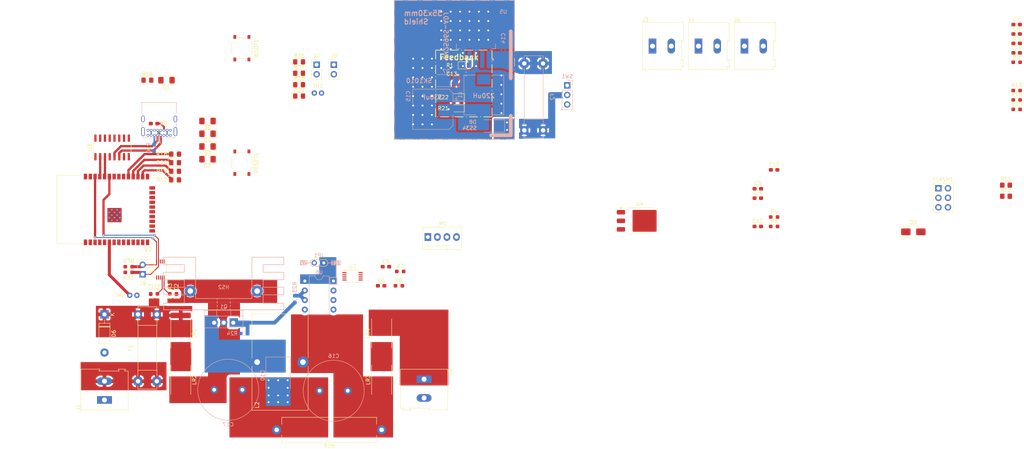
<source format=kicad_pcb>
(kicad_pcb (version 20241229) (generator "pcbnew") (generator_version "9.0")
  (layers (0 "F.Cu" signal) (4 "In1.Cu" signal) (6 "In2.Cu" signal) (2 "B.Cu" signal) (13 "F.Paste" user) (15 "B.Paste" user) (5 "F.SilkS" user "F.Silkscreen") (7 "B.SilkS" user "B.Silkscreen") (1 "F.Mask" user) (3 "B.Mask" user) (25 "Edge.Cuts" user))
  (net 0 "")
  (net 1 "BOOT")
  (net 2 "GND")
  (net 3 "Vin")
  (net 4 "VinterA")
  (net 5 "Vaux")
  (net 6 "VinterB")
  (net 7 "Vout")
  (net 8 "Net-(J5-SHIELD)")
  (net 9 "Net-(U3-V3)")
  (net 10 "+5V")
  (net 11 "+3V3")
  (net 12 "Net-(U5-FB)")
  (net 13 "Net-(D8-A)")
  (net 14 "Net-(U5-VIN)")
  (net 15 "Net-(D10-A)")
  (net 16 "Net-(D1-A)")
  (net 17 "Net-(D2-A)")
  (net 18 "Net-(D3-A)")
  (net 19 "Net-(D4-A)")
  (net 20 "Net-(D5-A)")
  (net 21 "Net-(D7-K)")
  (net 22 "Net-(D9-A)")
  (net 23 "Net-(D10-K)")
  (net 24 "Net-(SW1-B)")
  (net 25 "Rx")
  (net 26 "RST")
  (net 27 "Tx")
  (net 28 "Net-(J3-Pin_2)")
  (net 29 "Net-(J3-Pin_1)")
  (net 30 "D-")
  (net 31 "D+")
  (net 32 "Net-(J5-CC2)")
  (net 33 "Net-(J5-CC1)")
  (net 36 "FETSupply")
  (net 37 "Net-(LR1-Pad2)")
  (net 38 "Net-(LR3-Pad2)")
  (net 39 "IdiffA")
  (net 40 "IdiffB")
  (net 41 "VoltIn")
  (net 42 "OdiffA")
  (net 43 "OdiffB")
  (net 44 "VoltOut")
  (net 45 "Beat")
  (net 46 "Fault")
  (net 47 "Charging")
  (net 48 "MPPT")
  (net 49 "Net-(R23-Pad1)")
  (net 50 "Aux1")
  (net 51 "SCL")
  (net 52 "SDA")
  (net 56 "PWM")
  (net 60 "Aux2")
  (net 63 "AmbientT")
  (net 73 "Sx")
  (net 85 "HeatsinkT")
  (net 86 "Net-(J1-Pin_2)")
  (net 87 "Tacho")
  (net 88 "FanPWM")
  (net 89 "RDY1")
  (net 90 "RDY2")
  (net 91 "Net-(Q1-G)")
  (footprint "Resistor_THT:R_Axial_DIN0204_L3.6mm_D1.6mm_P1.90mm_Vertical" (layer "F.Cu") (at 92.71 42.672)
    (property "Reference" "TH1")
    (property "Value" "NTC")
  )
  (footprint "Capacitor_SMD:C_0603_1608Metric_Pad1.08x0.95mm_HandSolder" (layer "F.Cu") (at 110.49 93.98)
    (property "Reference" "C6")
    (property "Value" "0.1u")
  )
  (footprint "TerminalBlock:TerminalBlock_Altech_AK300-2_P5.00mm" (layer "F.Cu") (at 182.73 30.175)
    (property "Reference" "J3")
    (property "Value" "Conn_01x02_Pin")
  )
  (footprint "Resistor_SMD:R_0603_1608Metric_Pad0.98x0.95mm_HandSolder" (layer "F.Cu") (at 215.11 78.185)
    (property "Reference" "R5")
    (property "Value" "50R")
  )
  (footprint "LED_SMD:LED_0805_2012Metric_Pad1.15x1.40mm_HandSolder" (layer "F.Cu") (at 130.81 43.815 180)
    (property "Reference" "R22")
    (property "Value" "R")
  )
  (footprint "LED_SMD:LED_1206_3216Metric_Pad1.42x1.75mm_HandSolder" (layer "F.Cu") (at 64.262 60.286 180)
    (property "Reference" "D2")
    (property "Value" "LED")
  )
  (footprint "RF_Module:ESP32-WROOM-32D" (layer "F.Cu") (at 40.03 73.66 90)
    (property "Reference" "U2")
    (property "Value" "ESP32-WROOM-32D")
  )
  (footprint "Capacitor_SMD:C_0603_1608Metric_Pad1.08x0.95mm_HandSolder" (layer "F.Cu") (at 215.11 63.125)
    (property "Reference" "C12")
    (property "Value" "0.1u")
  )
  (footprint "LED_SMD:LED_0805_2012Metric_Pad1.15x1.40mm_HandSolder" (layer "F.Cu") (at 88.643 34.359)
    (property "Reference" "R26")
    (property "Value" "10k")
  )
  (footprint "TerminalBlock:TerminalBlock_Altech_AK300-2_P5.00mm" (layer "F.Cu") (at 121.92 118.85 -90)
    (property "Reference" "J2")
    (property "Value" "Conn_01x02_Pin")
  )
  (footprint "Capacitor_SMD:C_0603_1608Metric_Pad1.08x0.95mm_HandSolder" (layer "F.Cu") (at 279.68 31.965)
    (property "Reference" "C10")
    (property "Value" "0.1u")
  )
  (footprint "Resistor_SMD:R_0603_1608Metric_Pad0.98x0.95mm_HandSolder" (layer "F.Cu") (at 279.68 42.005)
    (property "Reference" "R13")
    (property "Value" "1k")
  )
  (footprint "Resistor_SMD:R_0603_1608Metric_Pad0.98x0.95mm_HandSolder" (layer "F.Cu") (at 215.11 75.675)
    (property "Reference" "R4")
    (property "Value" "50R")
  )
  (footprint "Package_TO_SOT_SMD:TO-252-3_TabPin2" (layer "F.Cu") (at 179.36 76.69)
    (property "Reference" "U4")
    (property "Value" "LM1117DT-3.3")
  )
  (footprint "LED_SMD:LED_1206_3216Metric_Pad1.42x1.75mm_HandSolder" (layer "F.Cu") (at 53.34 39.243 180)
    (property "Reference" "D1")
    (property "Value" "LED")
  )
  (footprint "Inductor_THT:L_Toroid_Vertical_L25.4mm_W14.7mm_P12.20mm_Vishay_TJ5_BigPads" (layer "F.Cu") (at 77.47 114.3 90)
    (property "Reference" "L2")
    (property "Value" "100uH")
  )
  (footprint "LED_SMD:LED_0805_2012Metric_Pad1.15x1.40mm_HandSolder" (layer "F.Cu") (at 55.635 63.5)
    (property "Reference" "R19")
    (property "Value" "220R")
  )
  (footprint "Capacitor_SMD:C_0603_1608Metric_Pad1.08x0.95mm_HandSolder" (layer "F.Cu") (at 279.68 24.435)
    (property "Reference" "C7")
    (property "Value" "C")
  )
  (footprint "Button_Switch_SMD:SW_Push_1P1T_XKB_TS-1187A" (layer "F.Cu") (at 73.406 61.214 90)
    (property "Reference" "RESET1")
    (property "Value" "SW_Push")
  )
  (footprint "LED_SMD:LED_0805_2012Metric_Pad1.15x1.40mm_HandSolder" (layer "F.Cu") (at 55.635 58.928)
    (property "Reference" "R18")
    (property "Value" "220R")
  )
  (footprint "LED_SMD:LED_0805_2012Metric_Pad1.15x1.40mm_HandSolder" (layer "F.Cu") (at 88.643 37.399)
    (property "Reference" "R27")
    (property "Value" "10k")
  )
  (footprint "LED_SMD:LED_0805_2012Metric_Pad1.15x1.40mm_HandSolder" (layer "F.Cu") (at 88.643 40.439)
    (property "Reference" "R28")
    (property "Value" "10k")
  )
  (footprint "TerminalBlock:TerminalBlock_Altech_AK300-2_P5.00mm" (layer "F.Cu") (at 207.21 30.175)
    (property "Reference" "J6")
    (property "Value" "Conn_01x02_Pin")
  )
  (footprint "LED_SMD:LED_0805_2012Metric_Pad1.15x1.40mm_HandSolder" (layer "F.Cu") (at 48.26 39.243)
    (property "Reference" "R16")
    (property "Value" "220R")
  )
  (footprint "Connector_PinHeader_2.54mm:PinHeader_2x03_P2.54mm_Vertical" (layer "F.Cu") (at 258.85 68.015)
    (property "Reference" "FLASH1")
    (property "Value" "Conn_01x06_Pin")
  )
  (footprint "Resistor_SMD:R_0603_1608Metric_Pad0.98x0.95mm_HandSolder" (layer "F.Cu") (at 43.2835 88.9 180)
    (property "Reference" "R30")
    (property "Value" "4.7k")
  )
  (footprint "Resistor_SMD:R_4020_10251Metric" (layer "F.Cu") (at 110.617 118.999 90)
    (property "Reference" "LR3")
    (property "Value" "0.1R")
  )
  (footprint "Resistor_SMD:R_0603_1608Metric_Pad0.98x0.95mm_HandSolder" (layer "F.Cu") (at 43.2835 90.424 180)
    (property "Reference" "R31")
    (property "Value" "4.7k")
  )
  (footprint "LED_SMD:LED_0805_2012Metric_Pad1.15x1.40mm_HandSolder" (layer "F.Cu") (at 130.81 46.736 180)
    (property "Reference" "R21")
    (property "Value" "3.3k")
  )
  (footprint "Resistor_SMD:R_0603_1608Metric_Pad0.98x0.95mm_HandSolder" (layer "F.Cu") (at 279.68 34.475)
    (property "Reference" "R6")
    (property "Value" "200k")
  )
  (footprint "Package_SO:TSSOP-10_3x3mm_P0.5mm" (layer "F.Cu") (at 102.87 91.44)
    (property "Reference" "U7")
    (property "Value" "ADS1115IDGS")
  )
  (footprint "TerminalBlock:TerminalBlock_Altech_AK300-2_P5.00mm" (layer "F.Cu") (at 36.83 124.38 90)
    (property "Reference" "J1")
    (property "Value" "Conn_01x02_Pin")
  )
  (footprint "Button_Switch_SMD:SW_Push_1P1T_XKB_TS-1187A" (layer "F.Cu") (at 73.406 30.734 90)
    (property "Reference" "BOOT1")
    (property "Value" "SW_Push")
  )
  (footprint "Connector_PinHeader_2.54mm:PinHeader_1x02_P2.54mm_Vertical" (layer "F.Cu") (at 46.99 90.937 180)
    (property "Reference" "J9")
    (property "Value" "Conn_01x02_Pin")
  )
  (footprint "Capacitor_SMD:C_0603_1608Metric_Pad1.08x0.95mm_HandSolder" (layer "F.Cu") (at 133.096 37.592 180)
    (property "Reference" "C13")
    (property "Value" "10n")
  )
  (footprint "Capacitor_SMD:C_0603_1608Metric_Pad1.08x0.95mm_HandSolder" (layer "F.Cu") (at 56.007 97.028 90)
    (property "Reference" "C2")
    (property "Value" "0.1u")
  )
  (footprint "Capacitor_SMD:C_0603_1608Metric_Pad1.08x0.95mm_HandSolder" (layer "F.Cu") (at 279.68 26.945)
    (property "Reference" "C8")
    (property "Value" "C")
  )
  (footprint "Resistor_SMD:R_0603_1608Metric_Pad0.98x0.95mm_HandSolder" (layer "F.Cu") (at 115.57 90.17)
    (property "Reference" "R7")
    (property "Value" "50R")
  )
  (footprint "Resistor_SMD:R_0805_2012Metric_Pad1.20x1.40mm_HandSolder" (layer "F.Cu") (at 276.85 67.195)
    (property "Reference" "R11")
    (property "Value" "1k")
  )
  (footprint "LED_SMD:LED_0805_2012Metric_Pad1.15x1.40mm_HandSolder" (layer "F.Cu") (at 132.842 35.306)
    (property "Reference" "R1")
    (property "Value" "1k")
  )
  (footprint "Package_SO:SOIC-16_3.9x9.9mm_P1.27mm" (layer "F.Cu") (at 38.862 57.15 90)
    (property "Reference" "U3")
    (property "Value" "CH340C")
  )
  (footprint "LED_SMD:LED_0805_2012Metric_Pad1.15x1.40mm_HandSolder" (layer "F.Cu") (at 55.635 61.214)
    (property "Reference" "R20")
    (property "Value" "220R")
  )
  (footprint "Resistor_SMD:R_0603_1608Metric_Pad0.98x0.95mm_HandSolder" (layer "F.Cu") (at 279.68 47.025)
    (property "Reference" "R15")
    (property "Value" "1k")
  )
  (footprint "LED_SMD:LED_1206_3216Metric_Pad1.42x1.75mm_HandSolder" (layer "F.Cu") (at 64.262 50.116 180)
    (property "Reference" "D5")
    (property "Value" "LED")
  )
  (footprint "Resistor_THT:R_Axial_Power_L25.0mm_W6.4mm_P27.94mm" (layer "F.Cu") (at 110.617 132.334 180)
    (property "Reference" "R25")
    (property "Value" "10R")
  )
  (footprint "Capacitor_SMD:C_0603_1608Metric_Pad1.08x0.95mm_HandSolder" (layer "F.Cu") (at 49.149 97.028 90)
    (property "Reference" "C1")
    (property "Value" "0.1u")
  )
  (footprint "LED_SMD:LED_1206_3216Metric_Pad1.42x1.75mm_HandSolder" (layer "F.Cu") (at 64.262 56.896 180)
    (property "Reference" "D3")
    (property "Value" "LED")
  )
  (footprint "Resistor_SMD:R_0603_1608Metric_Pad0.98x0.95mm_HandSolder" (layer "F.Cu") (at 54.229 97.028 90)
    (property "Reference" "R3")
    (property "Value" "50R")
  )
  (footprint "Resistor_SMD:R_4020_10251Metric" (layer "F.Cu") (at 57.15 119 -90)
    (property "Reference" "LR2")
    (property "Value" "0.1R")
  )
  (footprint "LED_SMD:LED_0805_2012Metric_Pad1.15x1.40mm_HandSolder" (layer "F.Cu") (at 88.643 43.479)
    (property "Reference" "R29")
    (property "Value" "10k")
  )
  (footprint "Resistor_THT:R_Axial_DIN0204_L3.6mm_D1.6mm_P1.90mm_Vertical" (layer "F.Cu") (at 45.466 96.52 180)
    (property "Reference" "TH2")
    (property "Value" "NTC")
  )
  (footprint "Resistor_SMD:R_0603_1608Metric_Pad0.98x0.95mm_HandSolder" (layer "F.Cu") (at 50.927 97.028 90)
    (property "Reference" "R2")
    (property "Value" "50R")
  )
  (footprint "LED_SMD:LED_1206_3216Metric_Pad1.42x1.75mm_HandSolder" (layer "F.Cu") (at 64.262 53.506 180)
    (property "Reference" "D4")
    (property "Value" "LED")
  )
  (footprint "Package_SO:TSSOP-10_3x3mm_P0.5mm" (layer "F.Cu") (at 51.705 89.662 90)
    (property "Reference" "U1")
    (property "Value" "ADS1115IDGS")
  )
  (footprint "Capacitor_SMD:C_0603_1608Metric_Pad1.08x0.95mm_HandSolder" (layer "F.Cu") (at 111.76 88.9)
    (property "Reference" "C5")
    (property "Value" "0.1u")
  )
  (footprint "Resistor_SMD:R_4020_10251Metric" (layer "F.Cu") (at 110.617 106.68 90)
    (property "Reference" "LR4")
    (property "Value" "0.1R")
  )
  (footprint "Diode_THT:D_DO-41_SOD81_P10.16mm_Horizontal" (layer "F.Cu") (at 36.83 101.6 -90)
    (property "Reference" "D6")
    (property "Value" "1N4007")
  )
  (footprint "Resistor_SMD:R_0603_1608Metric_Pad0.98x0.95mm_HandSolder" (layer "F.Cu") (at 279.68 44.515)
    (property "Reference" "R14")
    (property "Value" "200k")
  )
  (footprint "Connector_PinHeader_2.54mm:PinHeader_1x02_P2.54mm_Vertical" (layer "F.Cu") (at 97.898 35.134)
    (property "Reference" "J8")
    (property "Value" "Conn_01x02_Pin")
  )
  (footprint "Capacitor_SMD:C_0603_1608Metric_Pad1.08x0.95mm_HandSolder" (layer "F.Cu") (at 210.76 78.185)
    (property "Reference" "C11")
    (property "Value" "0.1u")
  )
  (footprint "Resistor_SMD:R_0603_1608Metric_Pad0.98x0.95mm_HandSolder" (layer "F.Cu") (at 115.2125 93.98)
    (property "Reference" "R8")
    (property "Value" "50R")
  )
  (footprint "Capacitor_SMD:C_0603_1608Metric_Pad1.08x0.95mm_HandSolder" (layer "F.Cu") (at 210.76 68.145)
    (property "Reference" "C3")
    (property "Value" "0.1u")
  )
  (footprint "Connector:FanPinHeader_1x04_P2.54mm_Vertical" (layer "F.Cu") (at 122.92 81)
    (property "Reference" "M1")
    (property "Value" "Fan_4pin")
  )
  (footprint "Capacitor_SMD:C_0603_1608Metric_Pad1.08x0.95mm_HandSolder" (layer "F.Cu") (at 50.038 50.8 180)
    (property "Reference" "R9")
    (property "Value" "R")
  )
  (footprint "Resistor_SMD:R_0805_2012Metric_Pad1.20x1.40mm_HandSolder" (layer "F.Cu") (at 276.85 70.145)
    (property "Reference" "R12")
    (property "Value" "1k")
  )
  (footprint "Capacitor_SMD:C_0603_1608Metric_Pad1.08x0.95mm_HandSolder" (layer "F.Cu") (at 210.76 70.655)
    (property "Reference" "C4")
    (property "Value" "0.1u")
  )
  (footprint "Capacitor_SMD:C_0603_1608Metric_Pad1.08x0.95mm_HandSolder" (layer "F.Cu") (at 279.68 29.455)
    (property "Reference" "C9")
    (property "Value" "0.1u")
  )
  (footprint "Connector_PinHeader_2.54mm:PinHeader_1x02_P2.54mm_Vertical" (layer "F.Cu") (at 93.308 35.134)
    (property "Reference" "J7")
    (property "Value" "Conn_01x02_Pin")
  )
  (footprint "Resistor_SMD:R_4020_10251Metric" (layer "F.Cu") (at 57.15 106.68 -90)
    (property "Reference" "LR1")
    (property "Value" "0.1R")
  )
  (footprint "TerminalBlock:TerminalBlock_Altech_AK300-2_P5.00mm" (layer "F.Cu") (at 194.97 30.175)
    (property "Reference" "J4")
    (property "Value" "Conn_01x02_Pin")
  )
  (footprint "Fuse:Fuseholder_Clip-5x20mm_Bel_FC-203-22_Lateral_P17.80x5.00mm_D1.17mm_Horizontal" (layer "F.Cu") (at 45.76 119.4 90)
    (property "Reference" "F1")
    (property "Value" "Fuse")
  )
  (footprint "Diode_SMD:D_SMA" (layer "F.Cu") (at 252.175 79.615)
    (property "Reference" "D9")
    (property "Value" "SS34")
  )
  (footprint "LED_SMD:LED_0805_2012Metric_Pad1.15x1.40mm_HandSolder" (layer "F.Cu") (at 55.626 65.786)
    (property "Reference" "R17")
    (property "Value" "220R")
  )
  (footprint "Capacitor_THT:C_Radial_D16.0mm_H25.0mm_P7.50mm" (layer "B.Cu") (at 101.6 121.92 180)
    (property "Reference" "C16")
    (property "Value" "470u")
  )
  (footprint "Diode_SMD:D_SMC" (layer "B.Cu") (at 83.058 117.856 -90)
    (property "Reference" "D10")
    (property "Value" "SK1010")
  )
  (footprint "Diode_SMD:D_MELF" (layer "B.Cu") (at 127.82 39.37 180)
    (property "Reference" "D7")
    (property "Value" "Diode")
  )
  (footprint "Capacitor_SMD:C_0603_1608Metric_Pad1.08x0.95mm_HandSolder" (layer "B.Cu") (at 143.002 31.242 90)
    (property "Reference" "C14")
    (property "Value" "1u")
  )
  (footprint "Connector_USB:USB_C_Receptacle_GCT_USB4085" (layer "B.Cu") (at 48.416 53.928)
    (property "Reference" "J5")
    (property "Value" "USB_C_Receptacle_USB2.0_16P")
  )
  (footprint "Inductor_SMD:L_10.4x10.4_H4.8" (layer "B.Cu") (at 137.84 43.18 -90)
    (property "Reference" "L1")
    (property "Value" "220u")
  )
  (footprint "Resistor_SMD:R_0603_1608Metric_Pad0.98x0.95mm_HandSolder" (layer "B.Cu") (at 74.0175 106.68)
    (property "Reference" "R24")
    (property "Value" "10kR")
  )
  (footprint "Capacitor_THT:C_Radial_D16.0mm_H25.0mm_P7.50mm" (layer "B.Cu") (at 66.04 121.666)
    (property "Reference" "C17")
    (property "Value" "470u")
  )
  (footprint "Capacitor_SMD:C_0603_1608Metric_Pad1.08x0.95mm_HandSolder" (layer "B.Cu") (at 50.038 57.2505 -90)
    (property "Reference" "R10")
    (property "Value" "R")
  )
  (footprint "Capacitor_SMD:CP_Elec_10x10.5" (layer "B.Cu") (at 124.26 46.99 180)
    (property "Reference" "C15")
    (property "Value" "330u")
  )
  (footprint "Connector_PinHeader_2.54mm:PinHeader_1x03_P2.54mm_Vertical" (layer "B.Cu") (at 160.02 40.64 180)
    (property "Reference" "SW1")
    (property "Value" "SW_SPDT")
  )
  (footprint "Package_DIP:DIP-8_W7.62mm" (layer "B.Cu") (at 97.785 92.71 180)
    (property "Reference" "U6")
    (property "Value" "TC4422")
  )
  (footprint "Package_TO_SOT_SMD:TO-263-5_TabPin3" (layer "B.Cu") (at 135.71 26.065 90)
    (property "Reference" "U5")
    (property "Value" "LM2596S-ADJ")
  )
  (footprint "Package_TO_SOT_THT:TO-220-3_Vertical" (layer "B.Cu") (at 71.12 103.815 180)
    (property "Reference" "Q1")
    (property "Value" "IRL540N")
  )
  (footprint "Heatsink:Heatsink_Stonecold_HS-132_32x14mm_2xFixation1.5mm" (layer "B.Cu") (at 68.58 95.377)
    (property "Reference" "HS2")
    (property "Value" "Heatsink_Pad_2Pin")
  )
  (footprint "Diode_SMD:D_SMA" (layer "B.Cu") (at 139.84 51.435 180)
    (property "Reference" "D8")
    (property "Value" "SS34")
  )
  (footprint "Fuse:Fuseholder_Clip-5x20mm_Bel_FC-203-22_Lateral_P17.80x5.00mm_D1.17mm_Horizontal" (layer "B.Cu") (at 148.6 34.8 -90)
    (property "Reference" "F2")
    (property "Value" "Fuse")
  )
  (footprint "Resistor_SMD:R_0603_1608Metric_Pad0.98x0.95mm_HandSolder" (layer "B.Cu") (at 87.503 97.536 -90)
    (property "Reference" "R23")
    (property "Value" "10R")
  )
  (footprint "TestPoint:TestPoint_2Pads_Pitch2.54mm_Drill0.8mm" (layer "B.Cu") (at 95.23 87.884 180)
    (property "Reference" "JP1")
    (property "Value" "Jumper_2_Bridged")
  )
  (gr_rect (start 125 31.25) (end 140 49) (stroke (width 0.2) (type dash_dot)) (fill no) (layer "F.SilkS"))
  (gr_line (start 90.7796 87.884) (end 91.6462 87.884) (stroke (width 0.15) (type dash)) (layer "B.SilkS"))
  (gr_rect (start 114 18) (end 146 55) (stroke (width 0.2) (type dash_dot)) (fill no) (layer "B.SilkS"))
  (gr_line (start 139.75 53.9) (end 145 53.9) (stroke (width 1)) (layer "B.SilkS"))
  (gr_rect (start 96.8248 91.7448) (end 98.7552 93.6752) (stroke (width 0.15)) (fill no) (layer "B.SilkS"))
  (gr_line (start 145 26.25) (end 145 38.75) (stroke (width 1)) (layer "B.SilkS"))
  (gr_line (start 145 48.75) (end 145 53.9) (stroke (width 1)) (layer "B.SilkS"))
  (gr_line (start 96.26 87.884) (end 97.282 87.884) (stroke (width 0.15)) (layer "B.SilkS"))
  (gr_line (start 98.552 91.694) (end 98.552 88.5414) (stroke (width 0.15)) (layer "B.SilkS"))
  (gr_text "Feedback" (at 125.8 34 0) (layer "F.SilkS") (effects (font (size 1.5 1.5) (thickness 0.3) (bold yes)) (justify left bottom)))
  (gr_text "35x30mm\nShield" (at 116.4 24.5 0) (layer "B.SilkS") (effects (font (size 1.4 1.4) (thickness 0.25) (bold yes)) (justify right bottom mirror)))
  (gr_text "FET" (at 98.552 87.884 0) (layer "B.SilkS" knockout) (effects (font (size 1 1)) (justify mirror)))
  (gr_text "SK1010" (at 117 40.1 0) (layer "B.SilkS") (effects (font (size 1.2 1.2) (thickness 0.2) (bold yes)) (justify right bottom mirror)))
  (gr_text "SS34" (at 132 52.6 0) (layer "B.SilkS") (effects (font (size 1 1) (thickness 0.2) (bold yes)) (justify right bottom mirror)))
  (gr_text "220uH" (at 134.8 44.1 0) (layer "B.SilkS") (effects (font (size 1.2 1.2) (thickness 0.2) (bold yes)) (justify right bottom mirror)))
  (gr_text "LM2596S-ADJ" (at 127 21 270) (layer "B.SilkS") (effects (font (size 1.2 1.2) (thickness 0.2) (bold yes)) (justify right bottom mirror)))
  (gr_text "5V" (at 89.916 87.884 0) (layer "B.SilkS" knockout) (effects (font (size 1 1)) (justify mirror)))
  (gr_text "330uF" (at 121.2 44.5 0) (layer "B.SilkS") (effects (font (size 1.2 1.2) (thickness 0.2) (bold yes)) (justify right bottom mirror)))
  (via (at 136.5 23.5) (size 1) (drill 0.5) (layers "F.Cu" "B.Cu") (net 2))
  (via (at 119 48.5) (size 1) (drill 0.5) (layers "F.Cu" "B.Cu") (net 2))
  (via (at 139 21) (size 1) (drill 0.5) (layers "F.Cu" "B.Cu") (net 2))
  (via (at 119 33.5) (size 1) (drill 0.5) (layers "F.Cu" "B.Cu") (net 2))
  (via (at 139 26) (size 1) (drill 0.5) (layers "F.Cu" "B.Cu") (net 2))
  (via (at 142.5 38) (size 1) (drill 0.5) (layers "F.Cu" "B.Cu") (net 2))
  (via (at 135.75 32) (size 1) (drill 0.5) (layers "F.Cu" "B.Cu") (net 2))
  (via (at 126.5 26) (size 1) (drill 0.5) (layers "F.Cu" "B.Cu") (net 2))
  (via (at 134 21) (size 1) (drill 0.5) (layers "F.Cu" "B.Cu") (net 2))
  (via (at 134 23.5) (size 1) (drill 0.5) (layers "F.Cu" "B.Cu") (net 2))
  (via (at 121.5 43.5) (size 1) (drill 0.5) (layers "F.Cu" "B.Cu") (net 2))
  (via (at 126.5 36) (size 1) (drill 0.5) (layers "F.Cu" "B.Cu") (net 2))
  (via (at 121.5 38.5) (size 1) (drill 0.5) (layers "F.Cu" "B.Cu") (net 2))
  (via (at 121.5 36) (size 1) (drill 0.5) (layers "F.Cu" "B.Cu") (net 2))
  (via (at 131.5 28.5) (size 1) (drill 0.5) (layers "F.Cu" "B.Cu") (net 2))
  (via (at 124 51) (size 1) (drill 0.5) (layers "F.Cu" "B.Cu") (net 2))
  (via (at 129 31) (size 1) (drill 0.5) (layers "F.Cu" "B.Cu") (net 2))
  (via (at 126.5 28.5) (size 1) (drill 0.5) (layers "F.Cu" "B.Cu") (net 2))
  (via (at 139 23.5) (size 1) (drill 0.5) (layers "F.Cu" "B.Cu") (net 2))
  (via (at 124 46) (size 1) (drill 0.5) (layers "F.Cu" "B.Cu") (net 2))
  (via (at 121.5 46) (size 1) (drill 0.5) (layers "F.Cu" "B.Cu") (net 2))
  (via (at 132.25 35.5) (size 1) (drill 0.5) (layers "F.Cu" "B.Cu") (net 2))
  (via (at 139 28.5) (size 1) (drill 0.5) (layers "F.Cu" "B.Cu") (net 2))
  (via (at 135.75 35.5) (size 1) (drill 0.5) (layers "F.Cu" "B.Cu") (net 2))
  (via (at 119 46) (size 1) (drill 0.5) (layers "F.Cu" "B.Cu") (net 2))
  (via (at 124 38.5) (size 1) (drill 0.5) (layers "F.Cu" "B.Cu") (net 2))
  (via (at 124 43.5) (size 1) (drill 0.5) (layers "F.Cu" "B.Cu") (net 2))
  (via (at 124 48.5) (size 1) (drill 0.5) (layers "F.Cu" "B.Cu") (net 2))
  (via (at 124 36) (size 1) (drill 0.5) (layers "F.Cu" "B.Cu") (net 2))
  (via (at 142.5 40.5) (size 1) (drill 0.5) (layers "F.Cu" "B.Cu") (net 2))
  (via (at 129 28.5) (size 1) (drill 0.5) (layers "F.Cu" "B.Cu") (net 2))
  (via (at 126.5 21) (size 1) (drill 0.5) (layers "F.Cu" "B.Cu") (net 2))
  (via (at 134 28.5) (size 1) (drill 0.5) (layers "F.Cu" "B.Cu") (net 2))
  (via (at 136.5 21) (size 1) (drill 0.5) (layers "F.Cu" "B.Cu") (net 2))
  (via (at 121.5 33.5) (size 1) (drill 0.5) (layers "F.Cu" "B.Cu") (net 2))
  (via (at 136.5 26) (size 1) (drill 0.5) (layers "F.Cu" "B.Cu") (net 2))
  (via (at 142.5 48) (size 1) (drill 0.5) (layers "F.Cu" "B.Cu") (net 2))
  (via (at 126.5 23.5) (size 1) (drill 0.5) (layers "F.Cu" "B.Cu") (net 2))
  (via (at 129 21) (size 1) (drill 0.5) (layers "F.Cu" "B.Cu") (net 2))
  (via (at 132.25 32) (size 1) (drill 0.5) (layers "F.Cu" "B.Cu") (net 2))
  (via (at 136.5 28.5) (size 1) (drill 0.5) (layers "F.Cu" "B.Cu") (net 2))
  (via (at 131.5 26) (size 1) (drill 0.5) (layers "F.Cu" "B.Cu") (net 2))
  (via (at 142.5 45.5) (size 1) (drill 0.5) (layers "F.Cu" "B.Cu") (net 2))
  (via (at 119 41) (size 1) (drill 0.5) (layers "F.Cu" "B.Cu") (net 2))
  (via (at 124 41) (size 1) (drill 0.5) (layers "F.Cu" "B.Cu") (net 2))
  (via (at 126.5 33.5) (size 1) (drill 0.5) (layers "F.Cu" "B.Cu") (net 2))
  (via (at 129 26) (size 1) (drill 0.5) (layers "F.Cu" "B.Cu") (net 2))
  (via (at 121.5 51) (size 1) (drill 0.5) (layers "F.Cu" "B.Cu") (net 2))
  (via (at 129 23.5) (size 1) (drill 0.5) (layers "F.Cu" "B.Cu") (net 2))
  (via (at 126.5 31) (size 1) (drill 0.5) (layers "F.Cu" "B.Cu") (net 2))
  (via (at 119 51) (size 1) (drill 0.5) (layers "F.Cu" "B.Cu") (net 2))
  (via (at 119 38.5) (size 1) (drill 0.5) (layers "F.Cu" "B.Cu") (net 2))
  (via (at 131.5 23.5) (size 1) (drill 0.5) (layers "F.Cu" "B.Cu") (net 2))
  (via (at 119 36) (size 1) (drill 0.5) (layers "F.Cu" "B.Cu") (net 2))
  (via (at 129 33.5) (size 1) (drill 0.5) (layers "F.Cu" "B.Cu") (net 2))
  (via (at 119 43.5) (size 1) (drill 0.5) (layers "F.Cu" "B.Cu") (net 2))
  (via (at 121.5 48.5) (size 1) (drill 0.5) (layers "F.Cu" "B.Cu") (net 2))
  (via (at 129 36) (size 1) (drill 0.5) (layers "F.Cu" "B.Cu") (net 2))
  (via (at 142.5 43) (size 1) (drill 0.5) (layers "F.Cu" "B.Cu") (net 2))
  (via (at 124 33.5) (size 1) (drill 0.5) (layers "F.Cu" "B.Cu") (net 2))
  (via (at 121.5 41) (size 1) (drill 0.5) (layers "F.Cu" "B.Cu") (net 2))
  (via (at 134 26) (size 1) (drill 0.5) (layers "F.Cu" "B.Cu") (net 2))
  (via (at 131.5 21) (size 1) (drill 0.5) (layers "F.Cu" "B.Cu") (net 2))
  (via (at 144 50.5) (size 1) (drill 0.5) (layers "F.Cu" "B.Cu") (net 10))
  (via (at 144 52.5) (size 1) (drill 0.5) (layers "F.Cu" "B.Cu") (net 10))
  (segment (start 133.9585 37.592) (end 133.9585 41.6915) (width 1) (layer "F.Cu") (net 12))
  (segment (start 131.835 46.736) (end 131.835 43.815) (width 1) (layer "F.Cu") (net 12))
  (segment (start 133.9585 41.6915) (end 131.835 43.815) (width 1) (layer "F.Cu") (net 12))
  (segment (start 134.01 33.715) (end 134.01 35.163) (width 1) (layer "F.Cu") (net 12))
  (segment (start 134.01 35.163) (end 133.867 35.306) (width 1) (layer "F.Cu") (net 12))
  (via (at 134.01 33.715) (size 1) (drill 0.5) (layers "F.Cu" "B.Cu") (net 12))
  (segment (start 129.531 46.99) (end 129.785 46.736) (width 1) (layer "F.Cu") (net 13))
  (segment (start 129.785 46.736) (end 129.785 43.815) (width 1) (layer "F.Cu") (net 13))
  (segment (start 128.46 46.99) (end 129.531 46.99) (width 1) (layer "F.Cu") (net 13))
  (segment (start 129.785 40.0405) (end 132.2335 37.592) (width 1) (layer "F.Cu") (net 13))
  (segment (start 129.785 43.815) (end 129.785 40.0405) (width 1) (layer "F.Cu") (net 13))
  (via (at 128.46 46.99) (size 1) (drill 0.5) (layers "F.Cu" "B.Cu") (net 13))
  (via (at 85.598 124.968) (size 1) (drill 0.5) (layers "F.Cu" "B.Cu") (net 15))
  (via (at 80.518 124.968) (size 1) (drill 0.5) (layers "F.Cu" "B.Cu") (net 15))
  (via (at 80.518 121.158) (size 1) (drill 0.5) (layers "F.Cu" "B.Cu") (net 15))
  (via (at 83.058 119.126) (size 1) (drill 0.5) (layers "F.Cu" "B.Cu") (net 15))
  (via (at 85.598 121.158) (size 1) (drill 0.5) (layers "F.Cu" "B.Cu") (net 15))
  (via (at 83.058 123.19) (size 1) (drill 0.5) (layers "F.Cu" "B.Cu") (net 15))
  (via (at 80.518 123.19) (size 1) (drill 0.5) (layers "F.Cu" "B.Cu") (net 15))
  (via (at 85.598 123.19) (size 1) (drill 0.5) (layers "F.Cu" "B.Cu") (net 15))
  (via (at 83.058 124.968) (size 1) (drill 0.5) (layers "F.Cu" "B.Cu") (net 15))
  (via (at 85.598 119.126) (size 1) (drill 0.5) (layers "F.Cu" "B.Cu") (net 15))
  (via (at 80.518 119.126) (size 1) (drill 0.5) (layers "F.Cu" "B.Cu") (net 15))
  (segment (start 49.266 52.578) (end 49.266 53.928) (width 0.3) (layer "B.Cu") (net 22))
  (segment (start 53.516 53.928) (end 53.516 52.578) (width 0.3) (layer "B.Cu") (net 22))
  (segment (start 36.957 59.625) (end 36.957 64.813) (width 0.6) (layer "F.Cu") (net 25))
  (segment (start 36.957 64.813) (end 36.86 64.91) (width 0.6) (layer "F.Cu") (net 25))
  (segment (start 35.687 64.813) (end 35.59 64.91) (width 0.6) (layer "F.Cu") (net 27))
  (segment (start 35.687 59.625) (end 35.687 64.813) (width 0.6) (layer "F.Cu") (net 27))
  (segment (start 50.966 52.578) (end 50.966 52.936636) (width 0.3) (layer "F.Cu") (net 30))
  (segment (start 51.816 53.786636) (end 51.816 53.928) (width 0.3) (layer "F.Cu") (net 30))
  (segment (start 50.966 52.936636) (end 51.816 53.786636) (width 0.3) (layer "F.Cu") (net 30))
  (segment (start 40.767 58.6486) (end 40.767 59.625) (width 0.6) (layer "F.Cu") (net 30))
  (segment (start 49.8602 57.9882) (end 41.4274 57.9882) (width 0.6) (layer "F.Cu") (net 30))
  (segment (start 51.816 56.0324) (end 49.8602 57.9882) (width 0.6) (layer "F.Cu") (net 30))
  (segment (start 51.816 53.928) (end 51.816 56.0324) (width 0.6) (layer "F.Cu") (net 30))
  (segment (start 41.4274 57.9882) (end 40.767 58.6486) (width 0.6) (layer "F.Cu") (net 30))
  (segment (start 50.966 55.333) (end 49.4792 56.8198) (width 0.6) (layer "F.Cu") (net 31))
  (segment (start 39.497 58.547) (end 39.497 59.625) (width 0.6) (layer "F.Cu") (net 31))
  (segment (start 50.966 53.928) (end 50.966 55.333) (width 0.6) (layer "F.Cu") (net 31))
  (segment (start 41.2242 56.8198) (end 39.497 58.547) (width 0.6) (layer "F.Cu") (net 31))
  (segment (start 49.4792 56.8198) (end 41.2242 56.8198) (width 0.6) (layer "F.Cu") (net 31))
  (segment (start 50.966 53.569364) (end 50.966 53.928) (width 0.3) (layer "B.Cu") (net 31))
  (segment (start 51.816 52.578) (end 51.816 52.719364) (width 0.3) (layer "B.Cu") (net 31))
  (segment (start 51.816 52.719364) (end 50.966 53.569364) (width 0.3) (layer "B.Cu") (net 31))
  (segment (start 52.666 51.65) (end 52.666 52.578) (width 0.5) (layer "F.Cu") (net 32))
  (segment (start 51.816 50.8) (end 52.666 51.65) (width 0.5) (layer "F.Cu") (net 32))
  (segment (start 50.9005 50.8) (end 51.816 50.8) (width 0.5) (layer "F.Cu") (net 32))
  (segment (start 50.038 54.006) (end 50.116 53.928) (width 0.3) (layer "F.Cu") (net 33))
  (segment (start 50.116 56.31) (end 50.116 53.928) (width 0.5) (layer "B.Cu") (net 33))
  (segment (start 52.205 94.8375) (end 50.927 96.1155) (width 0.25) (layer "F.Cu") (net 39))
  (segment (start 52.205 91.812) (end 52.205 94.8375) (width 0.25) (layer "F.Cu") (net 39))
  (segment (start 54.02675 96.1155) (end 52.705 94.79375) (width 0.25) (layer "F.Cu") (net 40))
  (segment (start 54.229 96.1155) (end 54.02675 96.1155) (width 0.3) (layer "F.Cu") (net 40))
  (segment (start 52.705 94.79375) (end 52.705 91.812) (width 0.25) (layer "F.Cu") (net 40))
  (segment (start 47.498 63.246) (end 47.02 63.724) (width 0.6) (layer "F.Cu") (net 45))
  (segment (start 52.324 63.246) (end 47.498 63.246) (width 0.6) (layer "F.Cu") (net 45))
  (segment (start 47.02 63.724) (end 47.02 64.91) (width 0.6) (layer "F.Cu") (net 45))
  (segment (start 54.601 65.786) (end 54.601 65.523) (width 0.6) (layer "F.Cu") (net 45))
  (segment (start 54.601 65.523) (end 52.324 63.246) (width 0.6) (layer "F.Cu") (net 45))
  (segment (start 43.21 64.91) (end 43.21 63.216) (width 0.6) (layer "F.Cu") (net 46))
  (segment (start 43.21 63.216) (end 47.498 58.928) (width 0.6) (layer "F.Cu") (net 46))
  (segment (start 47.498 58.928) (end 54.61 58.928) (width 0.6) (layer "F.Cu") (net 46))
  (segment (start 54.61 63.5) (end 53.086 61.976) (width 0.6) (layer "F.Cu") (net 47))
  (segment (start 45.75 63.47) (end 45.75 64.91) (width 0.6) (layer "F.Cu") (net 47))
  (segment (start 53.086 61.976) (end 47.244 61.976) (width 0.6) (layer "F.Cu") (net 47))
  (segment (start 47.244 61.976) (end 45.75 63.47) (width 0.6) (layer "F.Cu") (net 47))
  (segment (start 44.48 63.422786) (end 44.48 64.91) (width 0.6) (layer "F.Cu") (net 48))
  (segment (start 53.848 60.452) (end 47.450786 60.452) (width 0.6) (layer "F.Cu") (net 48))
  (segment (start 47.450786 60.452) (end 44.48 63.422786) (width 0.6) (layer "F.Cu") (net 48))
  (segment (start 54.61 61.214) (end 53.848 60.452) (width 0.6) (layer "F.Cu") (net 48))
  (segment (start 87.503 96.6235) (end 88.7915 96.6235) (width 1) (layer "B.Cu") (net 49))
  (segment (start 88.8975 96.5225) (end 88.8975 96.5175) (width 1) (layer "B.Cu") (net 49))
  (segment (start 88.7915 96.6235) (end 88.8975 96.5175) (width 1) (layer "B.Cu") (net 49))
  (segment (start 90.165 97.79) (end 88.8975 96.5225) (width 1) (layer "B.Cu") (net 49))
  (segment (start 88.8975 96.5175) (end 90.165 95.25) (width 1) (layer "B.Cu") (net 49))
  (segment (start 50.705 82.328) (end 50.705 87.512) (width 0.25) (layer "F.Cu") (net 51))
  (segment (start 49.657 81.28) (end 50.705 82.328) (width 0.25) (layer "F.Cu") (net 51))
  (segment (start 50.705 87.512) (end 50.705 88.297) (width 0.25) (layer "F.Cu") (net 51))
  (segment (start 50.605 88.397) (end 46.99 88.397) (width 0.25) (layer "F.Cu") (net 51))
  (segment (start 46.487 88.9) (end 46.99 88.397) (width 0.8) (layer "F.Cu") (net 51))
  (segment (start 50.705 88.297) (end 50.605 88.397) (width 0.25) (layer "F.Cu") (net 51))
  (segment (start 34.32 80.996) (end 34.32 64.91) (width 0.6) (layer "F.Cu") (net 51))
  (segment (start 44.196 88.9) (end 46.487 88.9) (width 0.8) (layer "F.Cu") (net 51))
  (segment (start 34.29 81.026) (end 34.32 80.996) (width 0.6) (layer "F.Cu") (net 51))
  (via (at 49.657 81.28) (size 0.6) (drill 0.3) (layers "F.Cu" "B.Cu") (net 51))
  (via (at 34.29 81.026) (size 0.6) (drill 0.3) (layers "F.Cu" "B.Cu") (net 51))
  (segment (start 49.53 81.153) (end 34.417 81.153) (width 0.25) (layer "B.Cu") (net 51))
  (segment (start 49.657 81.28) (end 49.53 81.153) (width 0.25) (layer "B.Cu") (net 51))
  (segment (start 34.417 81.153) (end 34.29 81.026) (width 0.25) (layer "B.Cu") (net 51))
  (segment (start 51.205 88.876) (end 51.205 87.512) (width 0.25) (layer "F.Cu") (net 52))
  (segment (start 36.576 71.12) (end 38.13 69.566) (width 0.6) (layer "F.Cu") (net 52))
  (segment (start 47.239 90.937) (end 49.144 90.937) (width 0.25) (layer "F.Cu") (net 52))
  (segment (start 46.99 90.81) (end 46.604 90.424) (width 0.25) (layer "F.Cu") (net 52))
  (segment (start 44.196 90.424) (end 46.477 90.424) (width 0.8) (layer "F.Cu") (net 52))
  (segment (start 50.165 80.518) (end 51.205 81.558) (width 0.25) (layer "F.Cu") (net 52))
  (segment (start 38.13 69.566) (end 38.13 64.91) (width 0.6) (layer "F.Cu") (net 52))
  (segment (start 51.205 85.598) (end 51.205 87.512) (width 0.25) (layer "F.Cu") (net 52))
  (segment (start 49.144 90.937) (end 51.205 88.876) (width 0.25) (layer "F.Cu") (net 52))
  (segment (start 46.477 90.424) (end 46.99 90.937) (width 0.8) (layer "F.Cu") (net 52))
  (segment (start 51.205 81.558) (end 51.205 85.598) (width 0.25) (layer "F.Cu") (net 52))
  (segment (start 36.576 80.518) (end 36.576 71.12) (width 0.6) (layer "F.Cu") (net 52))
  (segment (start 38.13 64.91) (end 38.1 64.88) (width 0.8) (layer "F.Cu") (net 52))
  (via (at 50.165 80.518) (size 0.6) (drill 0.3) (layers "F.Cu" "B.Cu") (net 52))
  (via (at 36.576 80.518) (size 0.6) (drill 0.3) (layers "F.Cu" "B.Cu") (net 52))
  (segment (start 50.165 80.518) (end 36.576 80.518) (width 0.25) (layer "B.Cu") (net 52))
  (segment (start 38.13 91.084) (end 38.13 82.41) (width 0.8) (layer "F.Cu") (net 85))
  (segment (start 43.566 96.52) (end 38.13 91.084) (width 0.8) (layer "F.Cu") (net 85))
  (segment (start 87.503 98.4485) (end 87.4795 98.4485) (width 1) (layer "B.Cu") (net 91))
  (segment (start 82.113 103.815) (end 71.12 103.815) (width 1) (layer "B.Cu") (net 91))
  (segment (start 87.4795 98.4485) (end 82.113 103.815) (width 1) (layer "B.Cu") (net 91))
  (segment (start 71.1525 103.7825) (end 71.12 103.815) (width 1) (layer "B.Cu") (net 91))
  (zone (net 37) (net_name "Net-(LR1-Pad2)") (layer "F.Cu") (priority 5) (connect_pads yes (clearance 0.5)) (min_thickness 0.25) (fill yes (thermal_gap 0) (thermal_bridge_width 1))
    (polygon (pts (xy 54.356 108.966) (xy 59.944 108.966) (xy 59.944 116.713) (xy 54.356 116.713)))
  )
  (zone (net 38) (net_name "Net-(LR3-Pad2)") (layer "F.Cu") (priority 10) (connect_pads yes (clearance 0.75)) (min_thickness 0.25) (fill yes (thermal_gap 0) (thermal_bridge_width 1))
    (polygon (pts (xy 107.696 108.966) (xy 107.696 116.713) (xy 113.538 116.713) (xy 113.538 108.966)))
  )
  (zone (net 4) (net_name "VinterA") (layer "F.Cu") (priority 7) (connect_pads yes (clearance 0.75)) (min_thickness 0.25) (fill yes (thermal_gap 0) (thermal_bridge_width 1))
    (polygon (pts (xy 54.102 122.428) (xy 54.102 125.222) (xy 72.898306 125.222) (xy 72.910047 95.946488) (xy 64.389 95.935548) (xy 64.389 118.11) (xy 54.102 118.11)))
  )
  (zone (net 6) (net_name "VinterB") (layer "F.Cu") (priority 11) (connect_pads yes (clearance 0.75)) (min_thickness 0.25) (fill yes (thermal_gap 0) (thermal_bridge_width 1))
    (polygon (pts (xy 97.79 134.366) (xy 97.79 117.221) (xy 86.487 117.221) (xy 86.487 101.6) (xy 105.664 101.6) (xy 105.664 118.11) (xy 113.665 118.11) (xy 113.665 134.366)))
  )
  (zone (net 3) (net_name "Vin") (layer "F.Cu") (priority 15) (connect_pads thru_hole_only (clearance 0.75)) (min_thickness 0.25) (fill yes (thermal_gap 0.5) (thermal_bridge_width 0.5))
    (polygon (pts (xy 48.641 97.282) (xy 51.435 97.282) (xy 51.435 99.822) (xy 48.641 99.822)))
  )
  (zone (net 86) (net_name "Net-(J1-Pin_2)") (layer "F.Cu") (connect_pads (clearance 0.5)) (min_thickness 0.25) (fill yes (thermal_gap 0.5) (thermal_bridge_width 1))
    (polygon (pts (xy 30.48 114.3) (xy 53.34 114.3) (xy 53.34 121.793) (xy 30.48 121.793)))
  )
  (zone (net 15) (net_name "Net-(D10-A)") (layer "F.Cu") (priority 8) (connect_pads yes (clearance 0.5)) (min_thickness 0.25) (fill yes (thermal_gap 0) (thermal_bridge_width 1))
    (polygon (pts (xy 70.104 118.364) (xy 74.93 118.364) (xy 96.393 118.364) (xy 96.393 134.366) (xy 70.104 134.366)))
  )
  (zone (net 3) (net_name "Vin") (layer "F.Cu") (priority 4) (connect_pads (clearance 0.5)) (min_thickness 0.25) (fill yes (thermal_gap 0.5) (thermal_bridge_width 1))
    (polygon (pts (xy 52.324 99.314) (xy 34.544 99.314) (xy 34.544 107.696) (xy 60.198 107.696) (xy 60.198 99.314)))
  )
  (zone (net 7) (net_name "Vout") (layer "F.Cu") (priority 13) (connect_pads yes (clearance 0.75)) (min_thickness 0.25) (fill yes (thermal_gap 0) (thermal_bridge_width 1))
    (polygon (pts (xy 128.397 100.33) (xy 128.397 120.523) (xy 115.443 120.523) (xy 115.443 107.315) (xy 107.188 107.315) (xy 107.188 100.33)))
  )
  (zone (net 4) (net_name "VinterA") (layer "F.Cu") (priority 14) (connect_pads thru_hole_only (clearance 0.8)) (min_thickness 0.25) (fill yes (thermal_gap 0.2) (thermal_bridge_width 0.5))
    (polygon (pts (xy 53.594 92.329) (xy 53.594 98.552) (xy 82.804 98.552) (xy 82.804 92.329)))
  )
  (zone (net 10) (net_name "+5V") (layers "F.Cu" "B.Cu") (priority 20) (connect_pads thru_hole_only (clearance 0.5)) (min_thickness 0.25) (fill yes (thermal_gap 0.5) (thermal_bridge_width 1) (island_removal_mode 1) (island_area_min 10))
    (polygon (pts (xy 146 49.5) (xy 140.5 49.5) (xy 140.5 55) (xy 146 55)))
  )
  (zone (net 2) (net_name "GND") (layers "F.Cu" "B.Cu" "In1.Cu" "In2.Cu") (priority 2) (connect_pads thru_hole_only (clearance 0.5)) (min_thickness 0.25) (fill yes (thermal_gap 0.5) (thermal_bridge_width 1) (island_removal_mode 1) (island_area_min 10))
    (polygon (pts (xy 114 18) (xy 146 18) (xy 146 55) (xy 114 55)))
  )
  (zone (net 13) (net_name "Net-(D8-A)") (layer "B.Cu") (priority 12) (connect_pads thru_hole_only (clearance 0.5)) (min_thickness 0.25) (fill yes (thermal_gap 0.5) (thermal_bridge_width 1) (island_removal_mode 1) (island_area_min 10))
    (polygon (pts (xy 139.192 52.578) (xy 139.192 49.53) (xy 139.7 49.149) (xy 139.7 45.593) (xy 125.73 45.593) (xy 125.73 49.022) (xy 130.937 49.022) (xy 130.937 52.578) (xy 139.065 52.578)))
  )
  (zone (net 14) (net_name "Net-(U5-VIN)") (layer "B.Cu") (priority 6) (connect_pads thru_hole_only (clearance 0.5)) (min_thickness 0.25) (fill yes (thermal_gap 0.5) (thermal_bridge_width 1) (island_removal_mode 1) (island_area_min 10))
    (polygon (pts (xy 147.32 37.592) (xy 142.748 36.068) (xy 138.684 36.068) (xy 138.684 31.496) (xy 155.956 31.496) (xy 155.956 37.592)))
  )
  (zone (net 21) (net_name "Net-(D7-K)") (layer "B.Cu") (priority 1) (connect_pads thru_hole_only (clearance 0.5)) (min_thickness 0.25) (fill yes (thermal_gap 0.5) (thermal_bridge_width 1) (island_removal_mode 1) (island_area_min 10))
    (polygon (pts (xy 137.922 31.496) (xy 136.906 31.496) (xy 136.906 36.322) (xy 136.652 37.592) (xy 129.159 37.592) (xy 129.159 41.021) (xy 139.7 41.021) (xy 139.7 37.592) (xy 138.049 37.592) (xy 137.922 36.322)))
  )
  (zone (net 36) (net_name "FETSupply") (layer "B.Cu") (priority 18) (connect_pads yes (clearance 0.8)) (min_thickness 0.25) (fill yes (thermal_gap 0.2) (thermal_bridge_width 0.5))
    (polygon (pts (xy 88.9 93.472) (xy 98.552 93.472) (xy 98.552 86.36) (xy 93.98 86.36) (xy 93.98 90.932) (xy 88.9 90.932)))
  )
  (zone (net 91) (net_name "Net-(Q1-G)") (layer "B.Cu") (priority 17) (connect_pads yes (clearance 0.8)) (min_thickness 0.25) (fill yes (thermal_gap 0.2) (thermal_bridge_width 0.5))
    (polygon (pts (xy 72.39 102.616) (xy 72.39 103.251) (xy 75.438 103.251) (xy 75.438 107.188) (xy 74.422 107.188) (xy 74.422 104.902) (xy 70.104 104.902) (xy 70.104 102.616) (xy 70.358 102.616)))
  )
  (zone (net 24) (net_name "Net-(SW1-B)") (layer "B.Cu") (priority 3) (connect_pads thru_hole_only (clearance 0.5)) (min_thickness 0.25) (fill yes (thermal_gap 0.5) (thermal_bridge_width 1) (island_removal_mode 1) (island_area_min 10))
    (polygon (pts (xy 161.417 42.418) (xy 155.448 42.418) (xy 154.94 42.672) (xy 154.94 49.53) (xy 147.193 49.53) (xy 147.193 54.864) (xy 154.94 54.737) (xy 156.845 54.737) (xy 156.845 44.069) (xy 161.29 44.069)))
  )
  (zone (net 23) (net_name "Net-(D10-K)") (layer "B.Cu") (priority 9) (connect_pads yes (clearance 1)) (min_thickness 0.25) (fill yes (thermal_gap 0) (thermal_bridge_width 1))
    (polygon (pts (xy 63.5 101.854) (xy 67.31 101.854) (xy 67.31 108.331) (xy 85.09 108.331) (xy 85.09 117.094) (xy 63.5 117.094) (xy 63.5 107.696)))
  )
  (zone (net 15) (net_name "Net-(D10-A)") (layers "B.Cu" "In1.Cu" "In2.Cu") (priority 16) (connect_pads thru_hole_only (clearance 0.75)) (min_thickness 0.25) (fill yes (thermal_gap 0.5) (thermal_bridge_width 0.5))
    (polygon (pts (xy 79.756 118.364) (xy 86.36 118.364) (xy 86.36 125.984) (xy 79.756 125.984)))
  )
)
</source>
